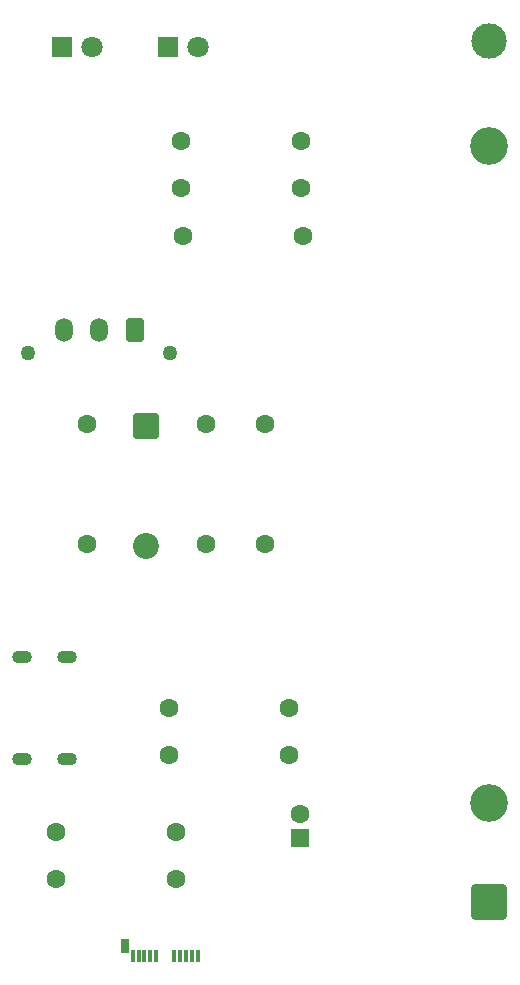
<source format=gbr>
%TF.GenerationSoftware,KiCad,Pcbnew,9.0.4*%
%TF.CreationDate,2025-10-16T13:30:46+09:00*%
%TF.ProjectId,HAM_Seminiar_Charger,48414d5f-5365-46d6-996e-6961725f4368,rev?*%
%TF.SameCoordinates,Original*%
%TF.FileFunction,Soldermask,Bot*%
%TF.FilePolarity,Negative*%
%FSLAX46Y46*%
G04 Gerber Fmt 4.6, Leading zero omitted, Abs format (unit mm)*
G04 Created by KiCad (PCBNEW 9.0.4) date 2025-10-16 13:30:46*
%MOMM*%
%LPD*%
G01*
G04 APERTURE LIST*
G04 Aperture macros list*
%AMRoundRect*
0 Rectangle with rounded corners*
0 $1 Rounding radius*
0 $2 $3 $4 $5 $6 $7 $8 $9 X,Y pos of 4 corners*
0 Add a 4 corners polygon primitive as box body*
4,1,4,$2,$3,$4,$5,$6,$7,$8,$9,$2,$3,0*
0 Add four circle primitives for the rounded corners*
1,1,$1+$1,$2,$3*
1,1,$1+$1,$4,$5*
1,1,$1+$1,$6,$7*
1,1,$1+$1,$8,$9*
0 Add four rect primitives between the rounded corners*
20,1,$1+$1,$2,$3,$4,$5,0*
20,1,$1+$1,$4,$5,$6,$7,0*
20,1,$1+$1,$6,$7,$8,$9,0*
20,1,$1+$1,$8,$9,$2,$3,0*%
G04 Aperture macros list end*
%ADD10C,3.200000*%
%ADD11RoundRect,0.249999X1.250001X-1.250001X1.250001X1.250001X-1.250001X1.250001X-1.250001X-1.250001X0*%
%ADD12C,3.000000*%
%ADD13C,1.600000*%
%ADD14R,1.800000X1.800000*%
%ADD15C,1.800000*%
%ADD16O,1.700000X1.100000*%
%ADD17C,1.270000*%
%ADD18RoundRect,0.250001X0.499999X0.759999X-0.499999X0.759999X-0.499999X-0.759999X0.499999X-0.759999X0*%
%ADD19O,1.500000X2.020000*%
%ADD20RoundRect,0.249999X-0.850001X0.850001X-0.850001X-0.850001X0.850001X-0.850001X0.850001X0.850001X0*%
%ADD21C,2.200000*%
%ADD22R,0.380000X1.000000*%
%ADD23R,0.700000X1.150000*%
%ADD24RoundRect,0.250000X0.550000X-0.550000X0.550000X0.550000X-0.550000X0.550000X-0.550000X-0.550000X0*%
G04 APERTURE END LIST*
D10*
%TO.C,BT1*%
X174200000Y-117805000D03*
X174200000Y-62195000D03*
D11*
X174200000Y-126250000D03*
D12*
X174200000Y-53350000D03*
%TD*%
D13*
%TO.C,R8*%
X147700000Y-124305000D03*
X137540000Y-124305000D03*
%TD*%
%TO.C,R9*%
X147700000Y-120305000D03*
X137540000Y-120305000D03*
%TD*%
D14*
%TO.C,D3*%
X147040000Y-53805000D03*
D15*
X149580000Y-53805000D03*
%TD*%
D13*
%TO.C,R1*%
X150200000Y-95885000D03*
X150200000Y-85725000D03*
%TD*%
%TO.C,R4*%
X140200000Y-85725000D03*
X140200000Y-95885000D03*
%TD*%
%TO.C,R5*%
X155200000Y-95885000D03*
X155200000Y-85725000D03*
%TD*%
D16*
%TO.C,J1*%
X138500000Y-105485000D03*
X134700000Y-105485000D03*
X138500000Y-114125000D03*
X134700000Y-114125000D03*
%TD*%
D17*
%TO.C,SW1*%
X147200000Y-79765000D03*
X135200000Y-79765000D03*
D18*
X144200000Y-77805000D03*
D19*
X141200000Y-77805000D03*
X138200000Y-77805000D03*
%TD*%
D20*
%TO.C,D1*%
X145200000Y-85885000D03*
D21*
X145200000Y-96045000D03*
%TD*%
D13*
%TO.C,R10*%
X148280000Y-69805000D03*
X158440000Y-69805000D03*
%TD*%
%TO.C,R2*%
X147120000Y-113805000D03*
X157280000Y-113805000D03*
%TD*%
D14*
%TO.C,D2*%
X138040000Y-53805000D03*
D15*
X140580000Y-53805000D03*
%TD*%
D13*
%TO.C,R7*%
X148120000Y-61805000D03*
X158280000Y-61805000D03*
%TD*%
%TO.C,R3*%
X147120000Y-109805000D03*
X157280000Y-109805000D03*
%TD*%
%TO.C,R6*%
X148120000Y-65805000D03*
X158280000Y-65805000D03*
%TD*%
D22*
%TO.C,P1*%
X144030000Y-130765000D03*
X144530000Y-130765000D03*
X145030000Y-130765000D03*
X145530000Y-130765000D03*
X146030000Y-130765000D03*
X147530000Y-130765000D03*
X148030000Y-130765000D03*
X148530000Y-130765000D03*
X149030000Y-130765000D03*
X149530000Y-130765000D03*
D23*
X143360000Y-129925000D03*
%TD*%
D24*
%TO.C,C1*%
X158200000Y-120805000D03*
D13*
X158200000Y-118805000D03*
%TD*%
M02*

</source>
